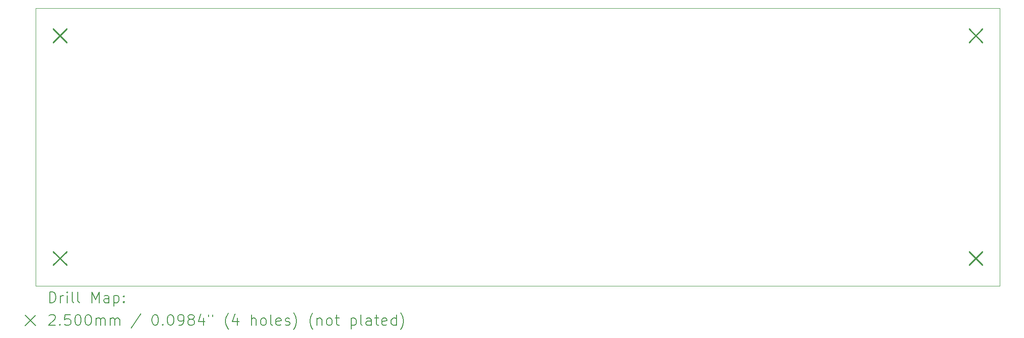
<source format=gbr>
%FSLAX45Y45*%
G04 Gerber Fmt 4.5, Leading zero omitted, Abs format (unit mm)*
G04 Created by KiCad (PCBNEW 6.0.2-378541a8eb~116~ubuntu20.04.1) date 2022-03-18 17:48:38*
%MOMM*%
%LPD*%
G01*
G04 APERTURE LIST*
%TA.AperFunction,Profile*%
%ADD10C,0.050000*%
%TD*%
%ADD11C,0.200000*%
%ADD12C,0.250000*%
G04 APERTURE END LIST*
D10*
X4127500Y-6794500D02*
X21971000Y-6794500D01*
X21971000Y-6794500D02*
X21971000Y-11938000D01*
X21971000Y-11938000D02*
X4127500Y-11938000D01*
X4127500Y-11938000D02*
X4127500Y-6794500D01*
D11*
D12*
X4447000Y-7177500D02*
X4697000Y-7427500D01*
X4697000Y-7177500D02*
X4447000Y-7427500D01*
X4447000Y-11305000D02*
X4697000Y-11555000D01*
X4697000Y-11305000D02*
X4447000Y-11555000D01*
X21401500Y-7177500D02*
X21651500Y-7427500D01*
X21651500Y-7177500D02*
X21401500Y-7427500D01*
X21401500Y-11305000D02*
X21651500Y-11555000D01*
X21651500Y-11305000D02*
X21401500Y-11555000D01*
D11*
X4382619Y-12250976D02*
X4382619Y-12050976D01*
X4430238Y-12050976D01*
X4458810Y-12060500D01*
X4477857Y-12079548D01*
X4487381Y-12098595D01*
X4496905Y-12136690D01*
X4496905Y-12165262D01*
X4487381Y-12203357D01*
X4477857Y-12222405D01*
X4458810Y-12241452D01*
X4430238Y-12250976D01*
X4382619Y-12250976D01*
X4582619Y-12250976D02*
X4582619Y-12117643D01*
X4582619Y-12155738D02*
X4592143Y-12136690D01*
X4601667Y-12127167D01*
X4620714Y-12117643D01*
X4639762Y-12117643D01*
X4706429Y-12250976D02*
X4706429Y-12117643D01*
X4706429Y-12050976D02*
X4696905Y-12060500D01*
X4706429Y-12070024D01*
X4715952Y-12060500D01*
X4706429Y-12050976D01*
X4706429Y-12070024D01*
X4830238Y-12250976D02*
X4811190Y-12241452D01*
X4801667Y-12222405D01*
X4801667Y-12050976D01*
X4935000Y-12250976D02*
X4915952Y-12241452D01*
X4906429Y-12222405D01*
X4906429Y-12050976D01*
X5163571Y-12250976D02*
X5163571Y-12050976D01*
X5230238Y-12193833D01*
X5296905Y-12050976D01*
X5296905Y-12250976D01*
X5477857Y-12250976D02*
X5477857Y-12146214D01*
X5468333Y-12127167D01*
X5449286Y-12117643D01*
X5411190Y-12117643D01*
X5392143Y-12127167D01*
X5477857Y-12241452D02*
X5458810Y-12250976D01*
X5411190Y-12250976D01*
X5392143Y-12241452D01*
X5382619Y-12222405D01*
X5382619Y-12203357D01*
X5392143Y-12184309D01*
X5411190Y-12174786D01*
X5458810Y-12174786D01*
X5477857Y-12165262D01*
X5573095Y-12117643D02*
X5573095Y-12317643D01*
X5573095Y-12127167D02*
X5592143Y-12117643D01*
X5630238Y-12117643D01*
X5649286Y-12127167D01*
X5658809Y-12136690D01*
X5668333Y-12155738D01*
X5668333Y-12212881D01*
X5658809Y-12231928D01*
X5649286Y-12241452D01*
X5630238Y-12250976D01*
X5592143Y-12250976D01*
X5573095Y-12241452D01*
X5754048Y-12231928D02*
X5763571Y-12241452D01*
X5754048Y-12250976D01*
X5744524Y-12241452D01*
X5754048Y-12231928D01*
X5754048Y-12250976D01*
X5754048Y-12127167D02*
X5763571Y-12136690D01*
X5754048Y-12146214D01*
X5744524Y-12136690D01*
X5754048Y-12127167D01*
X5754048Y-12146214D01*
X3925000Y-12480500D02*
X4125000Y-12680500D01*
X4125000Y-12480500D02*
X3925000Y-12680500D01*
X4373095Y-12490024D02*
X4382619Y-12480500D01*
X4401667Y-12470976D01*
X4449286Y-12470976D01*
X4468333Y-12480500D01*
X4477857Y-12490024D01*
X4487381Y-12509071D01*
X4487381Y-12528119D01*
X4477857Y-12556690D01*
X4363571Y-12670976D01*
X4487381Y-12670976D01*
X4573095Y-12651928D02*
X4582619Y-12661452D01*
X4573095Y-12670976D01*
X4563571Y-12661452D01*
X4573095Y-12651928D01*
X4573095Y-12670976D01*
X4763571Y-12470976D02*
X4668333Y-12470976D01*
X4658810Y-12566214D01*
X4668333Y-12556690D01*
X4687381Y-12547167D01*
X4735000Y-12547167D01*
X4754048Y-12556690D01*
X4763571Y-12566214D01*
X4773095Y-12585262D01*
X4773095Y-12632881D01*
X4763571Y-12651928D01*
X4754048Y-12661452D01*
X4735000Y-12670976D01*
X4687381Y-12670976D01*
X4668333Y-12661452D01*
X4658810Y-12651928D01*
X4896905Y-12470976D02*
X4915952Y-12470976D01*
X4935000Y-12480500D01*
X4944524Y-12490024D01*
X4954048Y-12509071D01*
X4963571Y-12547167D01*
X4963571Y-12594786D01*
X4954048Y-12632881D01*
X4944524Y-12651928D01*
X4935000Y-12661452D01*
X4915952Y-12670976D01*
X4896905Y-12670976D01*
X4877857Y-12661452D01*
X4868333Y-12651928D01*
X4858810Y-12632881D01*
X4849286Y-12594786D01*
X4849286Y-12547167D01*
X4858810Y-12509071D01*
X4868333Y-12490024D01*
X4877857Y-12480500D01*
X4896905Y-12470976D01*
X5087381Y-12470976D02*
X5106429Y-12470976D01*
X5125476Y-12480500D01*
X5135000Y-12490024D01*
X5144524Y-12509071D01*
X5154048Y-12547167D01*
X5154048Y-12594786D01*
X5144524Y-12632881D01*
X5135000Y-12651928D01*
X5125476Y-12661452D01*
X5106429Y-12670976D01*
X5087381Y-12670976D01*
X5068333Y-12661452D01*
X5058810Y-12651928D01*
X5049286Y-12632881D01*
X5039762Y-12594786D01*
X5039762Y-12547167D01*
X5049286Y-12509071D01*
X5058810Y-12490024D01*
X5068333Y-12480500D01*
X5087381Y-12470976D01*
X5239762Y-12670976D02*
X5239762Y-12537643D01*
X5239762Y-12556690D02*
X5249286Y-12547167D01*
X5268333Y-12537643D01*
X5296905Y-12537643D01*
X5315952Y-12547167D01*
X5325476Y-12566214D01*
X5325476Y-12670976D01*
X5325476Y-12566214D02*
X5335000Y-12547167D01*
X5354048Y-12537643D01*
X5382619Y-12537643D01*
X5401667Y-12547167D01*
X5411190Y-12566214D01*
X5411190Y-12670976D01*
X5506429Y-12670976D02*
X5506429Y-12537643D01*
X5506429Y-12556690D02*
X5515952Y-12547167D01*
X5535000Y-12537643D01*
X5563571Y-12537643D01*
X5582619Y-12547167D01*
X5592143Y-12566214D01*
X5592143Y-12670976D01*
X5592143Y-12566214D02*
X5601667Y-12547167D01*
X5620714Y-12537643D01*
X5649286Y-12537643D01*
X5668333Y-12547167D01*
X5677857Y-12566214D01*
X5677857Y-12670976D01*
X6068333Y-12461452D02*
X5896905Y-12718595D01*
X6325476Y-12470976D02*
X6344524Y-12470976D01*
X6363571Y-12480500D01*
X6373095Y-12490024D01*
X6382619Y-12509071D01*
X6392143Y-12547167D01*
X6392143Y-12594786D01*
X6382619Y-12632881D01*
X6373095Y-12651928D01*
X6363571Y-12661452D01*
X6344524Y-12670976D01*
X6325476Y-12670976D01*
X6306428Y-12661452D01*
X6296905Y-12651928D01*
X6287381Y-12632881D01*
X6277857Y-12594786D01*
X6277857Y-12547167D01*
X6287381Y-12509071D01*
X6296905Y-12490024D01*
X6306428Y-12480500D01*
X6325476Y-12470976D01*
X6477857Y-12651928D02*
X6487381Y-12661452D01*
X6477857Y-12670976D01*
X6468333Y-12661452D01*
X6477857Y-12651928D01*
X6477857Y-12670976D01*
X6611190Y-12470976D02*
X6630238Y-12470976D01*
X6649286Y-12480500D01*
X6658809Y-12490024D01*
X6668333Y-12509071D01*
X6677857Y-12547167D01*
X6677857Y-12594786D01*
X6668333Y-12632881D01*
X6658809Y-12651928D01*
X6649286Y-12661452D01*
X6630238Y-12670976D01*
X6611190Y-12670976D01*
X6592143Y-12661452D01*
X6582619Y-12651928D01*
X6573095Y-12632881D01*
X6563571Y-12594786D01*
X6563571Y-12547167D01*
X6573095Y-12509071D01*
X6582619Y-12490024D01*
X6592143Y-12480500D01*
X6611190Y-12470976D01*
X6773095Y-12670976D02*
X6811190Y-12670976D01*
X6830238Y-12661452D01*
X6839762Y-12651928D01*
X6858809Y-12623357D01*
X6868333Y-12585262D01*
X6868333Y-12509071D01*
X6858809Y-12490024D01*
X6849286Y-12480500D01*
X6830238Y-12470976D01*
X6792143Y-12470976D01*
X6773095Y-12480500D01*
X6763571Y-12490024D01*
X6754048Y-12509071D01*
X6754048Y-12556690D01*
X6763571Y-12575738D01*
X6773095Y-12585262D01*
X6792143Y-12594786D01*
X6830238Y-12594786D01*
X6849286Y-12585262D01*
X6858809Y-12575738D01*
X6868333Y-12556690D01*
X6982619Y-12556690D02*
X6963571Y-12547167D01*
X6954048Y-12537643D01*
X6944524Y-12518595D01*
X6944524Y-12509071D01*
X6954048Y-12490024D01*
X6963571Y-12480500D01*
X6982619Y-12470976D01*
X7020714Y-12470976D01*
X7039762Y-12480500D01*
X7049286Y-12490024D01*
X7058809Y-12509071D01*
X7058809Y-12518595D01*
X7049286Y-12537643D01*
X7039762Y-12547167D01*
X7020714Y-12556690D01*
X6982619Y-12556690D01*
X6963571Y-12566214D01*
X6954048Y-12575738D01*
X6944524Y-12594786D01*
X6944524Y-12632881D01*
X6954048Y-12651928D01*
X6963571Y-12661452D01*
X6982619Y-12670976D01*
X7020714Y-12670976D01*
X7039762Y-12661452D01*
X7049286Y-12651928D01*
X7058809Y-12632881D01*
X7058809Y-12594786D01*
X7049286Y-12575738D01*
X7039762Y-12566214D01*
X7020714Y-12556690D01*
X7230238Y-12537643D02*
X7230238Y-12670976D01*
X7182619Y-12461452D02*
X7135000Y-12604309D01*
X7258809Y-12604309D01*
X7325476Y-12470976D02*
X7325476Y-12509071D01*
X7401667Y-12470976D02*
X7401667Y-12509071D01*
X7696905Y-12747167D02*
X7687381Y-12737643D01*
X7668333Y-12709071D01*
X7658809Y-12690024D01*
X7649286Y-12661452D01*
X7639762Y-12613833D01*
X7639762Y-12575738D01*
X7649286Y-12528119D01*
X7658809Y-12499548D01*
X7668333Y-12480500D01*
X7687381Y-12451928D01*
X7696905Y-12442405D01*
X7858809Y-12537643D02*
X7858809Y-12670976D01*
X7811190Y-12461452D02*
X7763571Y-12604309D01*
X7887381Y-12604309D01*
X8115952Y-12670976D02*
X8115952Y-12470976D01*
X8201667Y-12670976D02*
X8201667Y-12566214D01*
X8192143Y-12547167D01*
X8173095Y-12537643D01*
X8144524Y-12537643D01*
X8125476Y-12547167D01*
X8115952Y-12556690D01*
X8325476Y-12670976D02*
X8306428Y-12661452D01*
X8296905Y-12651928D01*
X8287381Y-12632881D01*
X8287381Y-12575738D01*
X8296905Y-12556690D01*
X8306428Y-12547167D01*
X8325476Y-12537643D01*
X8354048Y-12537643D01*
X8373095Y-12547167D01*
X8382619Y-12556690D01*
X8392143Y-12575738D01*
X8392143Y-12632881D01*
X8382619Y-12651928D01*
X8373095Y-12661452D01*
X8354048Y-12670976D01*
X8325476Y-12670976D01*
X8506429Y-12670976D02*
X8487381Y-12661452D01*
X8477857Y-12642405D01*
X8477857Y-12470976D01*
X8658810Y-12661452D02*
X8639762Y-12670976D01*
X8601667Y-12670976D01*
X8582619Y-12661452D01*
X8573095Y-12642405D01*
X8573095Y-12566214D01*
X8582619Y-12547167D01*
X8601667Y-12537643D01*
X8639762Y-12537643D01*
X8658810Y-12547167D01*
X8668333Y-12566214D01*
X8668333Y-12585262D01*
X8573095Y-12604309D01*
X8744524Y-12661452D02*
X8763571Y-12670976D01*
X8801667Y-12670976D01*
X8820714Y-12661452D01*
X8830238Y-12642405D01*
X8830238Y-12632881D01*
X8820714Y-12613833D01*
X8801667Y-12604309D01*
X8773095Y-12604309D01*
X8754048Y-12594786D01*
X8744524Y-12575738D01*
X8744524Y-12566214D01*
X8754048Y-12547167D01*
X8773095Y-12537643D01*
X8801667Y-12537643D01*
X8820714Y-12547167D01*
X8896905Y-12747167D02*
X8906429Y-12737643D01*
X8925476Y-12709071D01*
X8935000Y-12690024D01*
X8944524Y-12661452D01*
X8954048Y-12613833D01*
X8954048Y-12575738D01*
X8944524Y-12528119D01*
X8935000Y-12499548D01*
X8925476Y-12480500D01*
X8906429Y-12451928D01*
X8896905Y-12442405D01*
X9258810Y-12747167D02*
X9249286Y-12737643D01*
X9230238Y-12709071D01*
X9220714Y-12690024D01*
X9211190Y-12661452D01*
X9201667Y-12613833D01*
X9201667Y-12575738D01*
X9211190Y-12528119D01*
X9220714Y-12499548D01*
X9230238Y-12480500D01*
X9249286Y-12451928D01*
X9258810Y-12442405D01*
X9335000Y-12537643D02*
X9335000Y-12670976D01*
X9335000Y-12556690D02*
X9344524Y-12547167D01*
X9363571Y-12537643D01*
X9392143Y-12537643D01*
X9411190Y-12547167D01*
X9420714Y-12566214D01*
X9420714Y-12670976D01*
X9544524Y-12670976D02*
X9525476Y-12661452D01*
X9515952Y-12651928D01*
X9506429Y-12632881D01*
X9506429Y-12575738D01*
X9515952Y-12556690D01*
X9525476Y-12547167D01*
X9544524Y-12537643D01*
X9573095Y-12537643D01*
X9592143Y-12547167D01*
X9601667Y-12556690D01*
X9611190Y-12575738D01*
X9611190Y-12632881D01*
X9601667Y-12651928D01*
X9592143Y-12661452D01*
X9573095Y-12670976D01*
X9544524Y-12670976D01*
X9668333Y-12537643D02*
X9744524Y-12537643D01*
X9696905Y-12470976D02*
X9696905Y-12642405D01*
X9706429Y-12661452D01*
X9725476Y-12670976D01*
X9744524Y-12670976D01*
X9963571Y-12537643D02*
X9963571Y-12737643D01*
X9963571Y-12547167D02*
X9982619Y-12537643D01*
X10020714Y-12537643D01*
X10039762Y-12547167D01*
X10049286Y-12556690D01*
X10058810Y-12575738D01*
X10058810Y-12632881D01*
X10049286Y-12651928D01*
X10039762Y-12661452D01*
X10020714Y-12670976D01*
X9982619Y-12670976D01*
X9963571Y-12661452D01*
X10173095Y-12670976D02*
X10154048Y-12661452D01*
X10144524Y-12642405D01*
X10144524Y-12470976D01*
X10335000Y-12670976D02*
X10335000Y-12566214D01*
X10325476Y-12547167D01*
X10306429Y-12537643D01*
X10268333Y-12537643D01*
X10249286Y-12547167D01*
X10335000Y-12661452D02*
X10315952Y-12670976D01*
X10268333Y-12670976D01*
X10249286Y-12661452D01*
X10239762Y-12642405D01*
X10239762Y-12623357D01*
X10249286Y-12604309D01*
X10268333Y-12594786D01*
X10315952Y-12594786D01*
X10335000Y-12585262D01*
X10401667Y-12537643D02*
X10477857Y-12537643D01*
X10430238Y-12470976D02*
X10430238Y-12642405D01*
X10439762Y-12661452D01*
X10458810Y-12670976D01*
X10477857Y-12670976D01*
X10620714Y-12661452D02*
X10601667Y-12670976D01*
X10563571Y-12670976D01*
X10544524Y-12661452D01*
X10535000Y-12642405D01*
X10535000Y-12566214D01*
X10544524Y-12547167D01*
X10563571Y-12537643D01*
X10601667Y-12537643D01*
X10620714Y-12547167D01*
X10630238Y-12566214D01*
X10630238Y-12585262D01*
X10535000Y-12604309D01*
X10801667Y-12670976D02*
X10801667Y-12470976D01*
X10801667Y-12661452D02*
X10782619Y-12670976D01*
X10744524Y-12670976D01*
X10725476Y-12661452D01*
X10715952Y-12651928D01*
X10706429Y-12632881D01*
X10706429Y-12575738D01*
X10715952Y-12556690D01*
X10725476Y-12547167D01*
X10744524Y-12537643D01*
X10782619Y-12537643D01*
X10801667Y-12547167D01*
X10877857Y-12747167D02*
X10887381Y-12737643D01*
X10906429Y-12709071D01*
X10915952Y-12690024D01*
X10925476Y-12661452D01*
X10935000Y-12613833D01*
X10935000Y-12575738D01*
X10925476Y-12528119D01*
X10915952Y-12499548D01*
X10906429Y-12480500D01*
X10887381Y-12451928D01*
X10877857Y-12442405D01*
M02*

</source>
